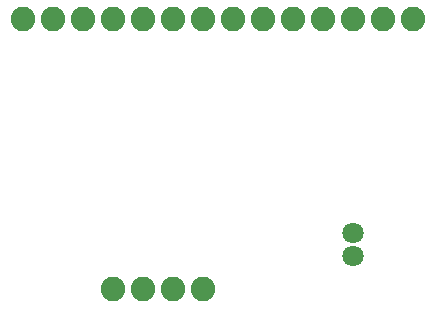
<source format=gbs>
G04 #@! TF.FileFunction,Soldermask,Bot*
%FSLAX46Y46*%
G04 Gerber Fmt 4.6, Leading zero omitted, Abs format (unit mm)*
G04 Created by KiCad (PCBNEW 4.0.6) date Monday, December 04, 2017 'PMt' 08:22:42 PM*
%MOMM*%
%LPD*%
G01*
G04 APERTURE LIST*
%ADD10C,0.100000*%
%ADD11C,1.800860*%
%ADD12C,2.082800*%
G04 APERTURE END LIST*
D10*
D11*
X177800000Y-129176780D03*
X177800000Y-131173220D03*
D12*
X165100000Y-111125000D03*
X167640000Y-111125000D03*
X170180000Y-111125000D03*
X172720000Y-111125000D03*
X175260000Y-111125000D03*
X177800000Y-111125000D03*
X180340000Y-111125000D03*
X182880000Y-111125000D03*
X149860000Y-111125000D03*
X152400000Y-111125000D03*
X154940000Y-111125000D03*
X157480000Y-111125000D03*
X160020000Y-111125000D03*
X162560000Y-111125000D03*
X157480000Y-133985000D03*
X160020000Y-133985000D03*
X162560000Y-133985000D03*
X165100000Y-133985000D03*
M02*

</source>
